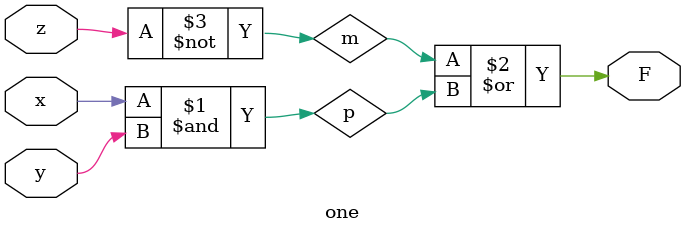
<source format=v>
module one(input x,input y,input z,output F);
 // output a,b,c,d,e,f,g;
  //input x,y,z;
  wire p,m ;
  and(p,x,y);
  not (m,z);
  or (F,m,p);
 
  

  /*  not (a,z);
    not (b,1);
    not (c,1);
    not (d,z);
    not (e,z);
    not (f,z);
    not (g,0); */
 
endmodule

</source>
